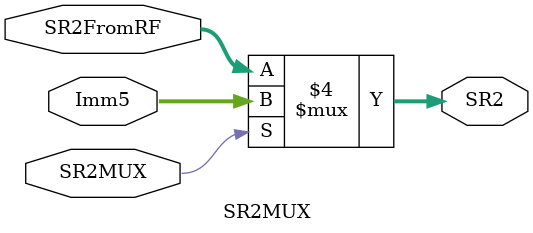
<source format=v>
`timescale 1ns / 1ps


module SR2MUX(
    input SR2MUX,       //this value come from IR[5]
    input [15:0] SR2FromRF,
    input [15:0] Imm5,
    output reg [15:0] SR2
    );

    initial SR2 = 0;
    always @(*) begin
        if(SR2MUX)
            SR2 = Imm5;
        else
            SR2 = SR2FromRF; 
    end

endmodule

</source>
